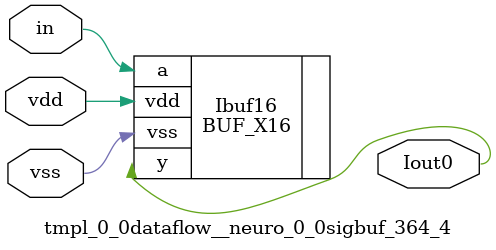
<source format=v>
module tmpl_0_0dataflow__neuro_0_0sigbuf_364_4(in, Iout0 , vdd, vss); 
   input vdd;
   input vss;
   input in;
   

// -- signals ---
   output Iout0 ;
   wire in;

// --- instances
BUF_X16 Ibuf16  (.y(Iout0 ), .a(in), .vdd(vdd), .vss(vss));
endmodule
</source>
